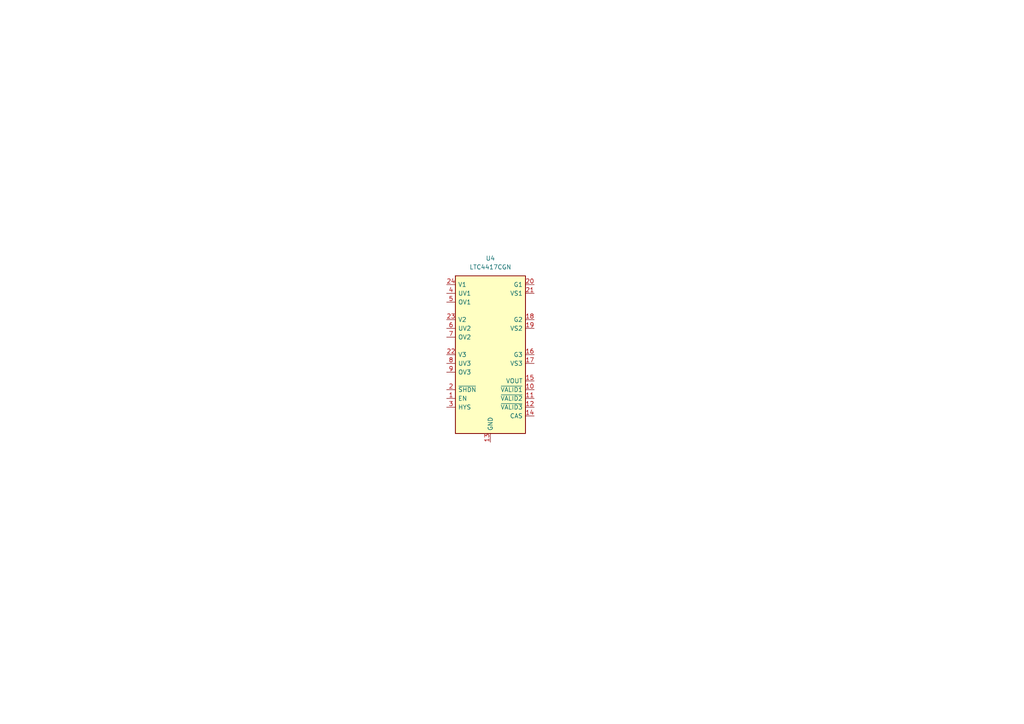
<source format=kicad_sch>
(kicad_sch (version 20231120) (generator "eeschema") (generator_version "8.0")
  (paper "A4")
  (lib_symbols
    (symbol "Power_Management:LTC4417CGN" (pin_names (offset 0.762))
      (property "Reference" "U" (at 0 26.035 0))
      (property "Value" "LTC4417CGN" (at 0 24.13 0))
      (symbol "LTC4417CGN_0_1"
        (rectangle (start -10.16 22.86) (end 10.16 -22.86) (stroke (width 0.254)) (fill (type background)))
      )
      (symbol "LTC4417CGN_1_1"
        (pin input line (at -12.7 -12.7 0) (length 2.54) (name "EN") (number "1"))
        (pin open_collector line (at 12.7 -10.16 180) (length 2.54) (name "~{VALID1}") (number "10"))
        (pin open_collector line (at 12.7 -12.7 180) (length 2.54) (name "~{VALID2}") (number "11"))
        (pin open_collector line (at 12.7 -15.24 180) (length 2.54) (name "~{VALID3}") (number "12"))
        (pin power_in line (at 0 -25.4 90) (length 2.54) (name "GND") (number "13"))
        (pin output line (at 12.7 -17.78 180) (length 2.54) (name "CAS") (number "14"))
        (pin output line (at 12.7 -7.62 180) (length 2.54) (name "VOUT") (number "15"))
        (pin output line (at 12.7 0 180) (length 2.54) (name "G3") (number "16"))
        (pin output line (at 12.7 -2.54 180) (length 2.54) (name "VS3") (number "17"))
        (pin output line (at 12.7 10.16 180) (length 2.54) (name "G2") (number "18"))
        (pin output line (at 12.7 7.62 180) (length 2.54) (name "VS2") (number "19"))
        (pin input line (at -12.7 -10.16 0) (length 2.54) (name "~{SHDN}") (number "2"))
        (pin output line (at 12.7 20.32 180) (length 2.54) (name "G1") (number "20"))
        (pin output line (at 12.7 17.78 180) (length 2.54) (name "VS1") (number "21"))
        (pin input line (at -12.7 0 0) (length 2.54) (name "V3") (number "22"))
        (pin input line (at -12.7 10.16 0) (length 2.54) (name "V2") (number "23"))
        (pin input line (at -12.7 20.32 0) (length 2.54) (name "V1") (number "24"))
        (pin input line (at -12.7 -15.24 0) (length 2.54) (name "HYS") (number "3"))
        (pin input line (at -12.7 17.78 0) (length 2.54) (name "UV1") (number "4"))
        (pin input line (at -12.7 15.24 0) (length 2.54) (name "OV1") (number "5"))
        (pin input line (at -12.7 7.62 0) (length 2.54) (name "UV2") (number "6"))
        (pin input line (at -12.7 5.08 0) (length 2.54) (name "OV2") (number "7"))
        (pin input line (at -12.7 -2.54 0) (length 2.54) (name "UV3") (number "8"))
        (pin input line (at -12.7 -5.08 0) (length 2.54) (name "OV3") (number "9"))
      )
    )
  )
  (symbol (lib_id "Power_Management:LTC4417CGN") (at 142.24 102.87 0) (unit 1)
    (property "Reference" "U4" (at 142.24 74.93 0))
    (property "Value" "LTC4417CGN" (at 142.24 77.47 0))
    (property "Footprint" "Package_SO:SSOP-24_3.9x8.7mm_P0.635mm" (effects (hide yes)))
    (property "Datasheet" "https://www.analog.com/media/en/technical-documentation/data-sheets/4417f.pdf" (effects (hide yes)))
    (property "Description" "Prioritized PowerPath Controller, Selects Highest Priority Supply from Three Inputs, SSOP" (effects (hide yes)))
  )
)
</source>
